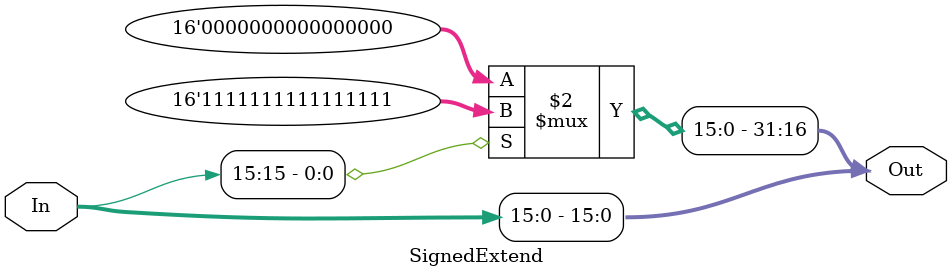
<source format=v>
`timescale 1ns / 1ps
module SignedExtend (In, Out);
    parameter n=16,m=32;
    input [n-1:0] In;
    output [m-1:0] Out;

    assign Out = {(In[15] == 1)?(16'b1111111111111111):(16'b0000000000000000), In};
endmodule
</source>
